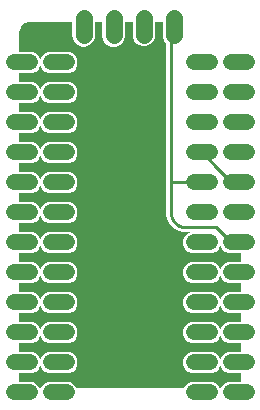
<source format=gbr>
G04 EAGLE Gerber RS-274X export*
G75*
%MOMM*%
%FSLAX34Y34*%
%LPD*%
%INTop Copper*%
%IPPOS*%
%AMOC8*
5,1,8,0,0,1.08239X$1,22.5*%
G01*
%ADD10C,1.320800*%
%ADD11C,1.422400*%
%ADD12C,0.254000*%

G36*
X16007Y13970D02*
X16007Y13970D01*
X16007Y19299D01*
X23506Y19299D01*
X25272Y18948D01*
X26935Y18259D01*
X28432Y17259D01*
X29705Y15986D01*
X30705Y14489D01*
X30921Y13968D01*
X30924Y13967D01*
X30925Y13965D01*
X32321Y13965D01*
X32323Y13968D01*
X32325Y13968D01*
X32541Y14489D01*
X33541Y15986D01*
X34814Y17259D01*
X36311Y18259D01*
X37974Y18948D01*
X39740Y19299D01*
X47239Y19299D01*
X47239Y13970D01*
X47243Y13965D01*
X47244Y13965D01*
X47249Y13970D01*
X47249Y19299D01*
X54748Y19299D01*
X56514Y18948D01*
X58177Y18259D01*
X59674Y17259D01*
X60947Y15986D01*
X61947Y14489D01*
X62163Y13968D01*
X62166Y13967D01*
X62167Y13965D01*
X153479Y13965D01*
X153481Y13968D01*
X153483Y13968D01*
X154050Y15337D01*
X156621Y17908D01*
X159980Y19299D01*
X176824Y19299D01*
X180183Y17908D01*
X182754Y15337D01*
X183321Y13968D01*
X183324Y13967D01*
X183325Y13965D01*
X184721Y13965D01*
X184723Y13968D01*
X184725Y13968D01*
X185292Y15337D01*
X187863Y17908D01*
X191222Y19299D01*
X201930Y19299D01*
X201935Y19304D01*
X201934Y19304D01*
X201935Y19304D01*
X201935Y26416D01*
X201930Y26421D01*
X201930Y26420D01*
X201930Y26421D01*
X191222Y26421D01*
X187863Y27812D01*
X185292Y30383D01*
X184028Y33436D01*
X184026Y33437D01*
X184025Y33438D01*
X184024Y33438D01*
X184022Y33439D01*
X184021Y33437D01*
X184018Y33436D01*
X182754Y30383D01*
X180183Y27812D01*
X176824Y26421D01*
X159980Y26421D01*
X156621Y27812D01*
X154050Y30383D01*
X152659Y33742D01*
X152659Y37378D01*
X154050Y40737D01*
X156621Y43308D01*
X159980Y44699D01*
X176824Y44699D01*
X180183Y43308D01*
X182754Y40737D01*
X184018Y37684D01*
X184020Y37683D01*
X184021Y37682D01*
X184022Y37682D01*
X184023Y37681D01*
X184024Y37681D01*
X184025Y37683D01*
X184026Y37683D01*
X184028Y37684D01*
X185292Y40737D01*
X187863Y43308D01*
X191222Y44699D01*
X201930Y44699D01*
X201935Y44704D01*
X201934Y44704D01*
X201935Y44704D01*
X201935Y51816D01*
X201930Y51821D01*
X201930Y51820D01*
X201930Y51821D01*
X191222Y51821D01*
X187863Y53212D01*
X185292Y55783D01*
X184028Y58836D01*
X184026Y58837D01*
X184025Y58838D01*
X184024Y58838D01*
X184022Y58839D01*
X184021Y58837D01*
X184018Y58836D01*
X182754Y55783D01*
X180183Y53212D01*
X176824Y51821D01*
X159980Y51821D01*
X156621Y53212D01*
X154050Y55783D01*
X152659Y59142D01*
X152659Y62778D01*
X154050Y66137D01*
X156621Y68708D01*
X159980Y70099D01*
X176824Y70099D01*
X180183Y68708D01*
X182754Y66137D01*
X184018Y63084D01*
X184020Y63083D01*
X184021Y63082D01*
X184022Y63082D01*
X184023Y63081D01*
X184023Y63082D01*
X184024Y63081D01*
X184025Y63083D01*
X184028Y63084D01*
X185292Y66137D01*
X187863Y68708D01*
X191222Y70099D01*
X201930Y70099D01*
X201935Y70104D01*
X201934Y70104D01*
X201935Y70104D01*
X201935Y77216D01*
X201930Y77221D01*
X201930Y77220D01*
X201930Y77221D01*
X191222Y77221D01*
X187863Y78612D01*
X185292Y81183D01*
X184028Y84236D01*
X184026Y84237D01*
X184025Y84238D01*
X184024Y84238D01*
X184023Y84238D01*
X184022Y84239D01*
X184021Y84237D01*
X184018Y84236D01*
X182754Y81183D01*
X180183Y78612D01*
X176824Y77221D01*
X159980Y77221D01*
X156621Y78612D01*
X154050Y81183D01*
X152659Y84542D01*
X152659Y88178D01*
X154050Y91537D01*
X156621Y94108D01*
X159980Y95499D01*
X176824Y95499D01*
X180183Y94108D01*
X182754Y91537D01*
X184018Y88484D01*
X184020Y88483D01*
X184021Y88482D01*
X184022Y88482D01*
X184023Y88482D01*
X184024Y88481D01*
X184025Y88483D01*
X184028Y88484D01*
X185292Y91537D01*
X187863Y94108D01*
X191222Y95499D01*
X201930Y95499D01*
X201935Y95504D01*
X201934Y95504D01*
X201935Y95504D01*
X201935Y102616D01*
X201930Y102621D01*
X201930Y102620D01*
X201930Y102621D01*
X191222Y102621D01*
X187863Y104012D01*
X185292Y106583D01*
X184028Y109636D01*
X184026Y109637D01*
X184025Y109638D01*
X184024Y109638D01*
X184023Y109638D01*
X184022Y109639D01*
X184021Y109637D01*
X184018Y109636D01*
X182754Y106583D01*
X180183Y104012D01*
X176824Y102621D01*
X159980Y102621D01*
X156621Y104012D01*
X154050Y106583D01*
X152659Y109942D01*
X152659Y113578D01*
X154050Y116937D01*
X156621Y119508D01*
X159980Y120899D01*
X176824Y120899D01*
X180183Y119508D01*
X182754Y116937D01*
X184018Y113884D01*
X184020Y113883D01*
X184021Y113882D01*
X184022Y113882D01*
X184023Y113882D01*
X184024Y113881D01*
X184025Y113883D01*
X184028Y113884D01*
X185292Y116937D01*
X187863Y119508D01*
X191222Y120899D01*
X201930Y120899D01*
X201935Y120904D01*
X201934Y120904D01*
X201935Y120904D01*
X201935Y128016D01*
X201930Y128021D01*
X201930Y128020D01*
X201930Y128021D01*
X191222Y128021D01*
X187863Y129412D01*
X185292Y131983D01*
X184028Y135036D01*
X184026Y135037D01*
X184025Y135038D01*
X184024Y135038D01*
X184023Y135039D01*
X184023Y135038D01*
X184022Y135039D01*
X184021Y135037D01*
X184018Y135036D01*
X182754Y131983D01*
X180183Y129412D01*
X176824Y128021D01*
X159980Y128021D01*
X156621Y129412D01*
X154050Y131983D01*
X152659Y135342D01*
X152659Y138978D01*
X154050Y142337D01*
X156621Y144908D01*
X159367Y146045D01*
X159368Y146048D01*
X159370Y146049D01*
X159369Y146050D01*
X159370Y146051D01*
X159367Y146052D01*
X159365Y146055D01*
X151657Y146055D01*
X145591Y148568D01*
X140948Y153211D01*
X138435Y159277D01*
X138435Y305628D01*
X138433Y305630D01*
X138433Y305631D01*
X136601Y307463D01*
X135133Y311009D01*
X135133Y323850D01*
X135128Y323855D01*
X135128Y323854D01*
X135128Y323855D01*
X129032Y323855D01*
X129027Y323850D01*
X129028Y323850D01*
X129027Y323850D01*
X129027Y311009D01*
X127559Y307463D01*
X124845Y304749D01*
X121299Y303281D01*
X117461Y303281D01*
X113915Y304749D01*
X111201Y307463D01*
X109733Y311009D01*
X109733Y323850D01*
X109728Y323855D01*
X109728Y323854D01*
X109728Y323855D01*
X103378Y323855D01*
X103373Y323850D01*
X103374Y323850D01*
X103373Y323850D01*
X103373Y310755D01*
X101905Y307209D01*
X99191Y304495D01*
X95645Y303027D01*
X91807Y303027D01*
X88261Y304495D01*
X85547Y307209D01*
X84079Y310755D01*
X84079Y323850D01*
X84074Y323855D01*
X84074Y323854D01*
X84074Y323855D01*
X77978Y323855D01*
X77973Y323850D01*
X77974Y323850D01*
X77973Y323850D01*
X77973Y319791D01*
X68326Y319791D01*
X58679Y319791D01*
X58679Y323850D01*
X58674Y323855D01*
X58674Y323854D01*
X58674Y323855D01*
X22860Y323855D01*
X22688Y323841D01*
X22246Y323807D01*
X21930Y323782D01*
X21488Y323747D01*
X21469Y323745D01*
X21468Y323745D01*
X18823Y322886D01*
X18822Y322885D01*
X18821Y322885D01*
X16571Y321250D01*
X16571Y321249D01*
X16570Y321249D01*
X14935Y318999D01*
X14935Y318998D01*
X14934Y318997D01*
X14075Y316352D01*
X14075Y316351D01*
X14068Y316270D01*
X14068Y316269D01*
X14067Y316260D01*
X14052Y316066D01*
X14051Y316056D01*
X14036Y315862D01*
X14035Y315852D01*
X14020Y315658D01*
X14019Y315648D01*
X14004Y315455D01*
X14003Y315445D01*
X13988Y315251D01*
X13987Y315241D01*
X13972Y315047D01*
X13971Y315037D01*
X13965Y314960D01*
X13965Y298704D01*
X13970Y298699D01*
X13970Y298700D01*
X13970Y298699D01*
X24424Y298699D01*
X27783Y297308D01*
X30354Y294737D01*
X31618Y291684D01*
X31620Y291683D01*
X31621Y291682D01*
X31622Y291682D01*
X31624Y291681D01*
X31625Y291683D01*
X31628Y291684D01*
X32892Y294737D01*
X35463Y297308D01*
X38822Y298699D01*
X55666Y298699D01*
X59025Y297308D01*
X61596Y294737D01*
X62987Y291378D01*
X62987Y287742D01*
X61596Y284383D01*
X59025Y281812D01*
X55666Y280421D01*
X38822Y280421D01*
X35463Y281812D01*
X32892Y284383D01*
X31628Y287436D01*
X31626Y287437D01*
X31625Y287438D01*
X31624Y287438D01*
X31622Y287439D01*
X31621Y287437D01*
X31618Y287436D01*
X30354Y284383D01*
X27783Y281812D01*
X24424Y280421D01*
X13970Y280421D01*
X13965Y280416D01*
X13966Y280416D01*
X13965Y280416D01*
X13965Y273304D01*
X13970Y273299D01*
X13970Y273300D01*
X13970Y273299D01*
X24424Y273299D01*
X27783Y271908D01*
X30354Y269337D01*
X31618Y266284D01*
X31620Y266283D01*
X31621Y266282D01*
X31622Y266282D01*
X31624Y266281D01*
X31625Y266283D01*
X31628Y266284D01*
X32892Y269337D01*
X35463Y271908D01*
X38822Y273299D01*
X55666Y273299D01*
X59025Y271908D01*
X61596Y269337D01*
X62987Y265978D01*
X62987Y262342D01*
X61596Y258983D01*
X59025Y256412D01*
X55666Y255021D01*
X38822Y255021D01*
X35463Y256412D01*
X32892Y258983D01*
X31628Y262036D01*
X31626Y262037D01*
X31625Y262038D01*
X31624Y262038D01*
X31622Y262039D01*
X31621Y262037D01*
X31618Y262036D01*
X30354Y258983D01*
X27783Y256412D01*
X24424Y255021D01*
X13970Y255021D01*
X13965Y255016D01*
X13966Y255016D01*
X13965Y255016D01*
X13965Y247904D01*
X13970Y247899D01*
X13970Y247900D01*
X13970Y247899D01*
X24424Y247899D01*
X27783Y246508D01*
X30354Y243937D01*
X31618Y240884D01*
X31620Y240883D01*
X31621Y240882D01*
X31622Y240882D01*
X31624Y240881D01*
X31625Y240883D01*
X31628Y240884D01*
X32892Y243937D01*
X35463Y246508D01*
X38822Y247899D01*
X55666Y247899D01*
X59025Y246508D01*
X61596Y243937D01*
X62987Y240578D01*
X62987Y236942D01*
X61596Y233583D01*
X59025Y231012D01*
X55666Y229621D01*
X38822Y229621D01*
X35463Y231012D01*
X32892Y233583D01*
X31628Y236636D01*
X31626Y236637D01*
X31625Y236638D01*
X31624Y236638D01*
X31622Y236639D01*
X31621Y236637D01*
X31618Y236636D01*
X30354Y233583D01*
X27783Y231012D01*
X24424Y229621D01*
X13970Y229621D01*
X13965Y229616D01*
X13966Y229616D01*
X13965Y229616D01*
X13965Y222504D01*
X13970Y222499D01*
X13970Y222500D01*
X13970Y222499D01*
X24424Y222499D01*
X27783Y221108D01*
X30354Y218537D01*
X31618Y215484D01*
X31620Y215483D01*
X31621Y215482D01*
X31622Y215482D01*
X31624Y215481D01*
X31625Y215483D01*
X31628Y215484D01*
X32892Y218537D01*
X35463Y221108D01*
X38822Y222499D01*
X55666Y222499D01*
X59025Y221108D01*
X61596Y218537D01*
X62987Y215178D01*
X62987Y211542D01*
X61596Y208183D01*
X59025Y205612D01*
X55666Y204221D01*
X38822Y204221D01*
X35463Y205612D01*
X32892Y208183D01*
X31628Y211236D01*
X31626Y211237D01*
X31625Y211238D01*
X31624Y211238D01*
X31622Y211239D01*
X31621Y211237D01*
X31618Y211236D01*
X30354Y208183D01*
X27783Y205612D01*
X24424Y204221D01*
X13970Y204221D01*
X13965Y204216D01*
X13966Y204216D01*
X13965Y204216D01*
X13965Y197104D01*
X13970Y197099D01*
X13970Y197100D01*
X13970Y197099D01*
X24424Y197099D01*
X27783Y195708D01*
X30354Y193137D01*
X31618Y190084D01*
X31620Y190083D01*
X31621Y190082D01*
X31622Y190082D01*
X31624Y190081D01*
X31625Y190083D01*
X31628Y190084D01*
X32892Y193137D01*
X35463Y195708D01*
X38822Y197099D01*
X55666Y197099D01*
X59025Y195708D01*
X61596Y193137D01*
X62987Y189778D01*
X62987Y186142D01*
X61596Y182783D01*
X59025Y180212D01*
X55666Y178821D01*
X38822Y178821D01*
X35463Y180212D01*
X32892Y182783D01*
X31628Y185836D01*
X31626Y185837D01*
X31625Y185838D01*
X31624Y185838D01*
X31622Y185839D01*
X31621Y185837D01*
X31618Y185836D01*
X30354Y182783D01*
X27783Y180212D01*
X24424Y178821D01*
X13970Y178821D01*
X13965Y178816D01*
X13966Y178816D01*
X13965Y178816D01*
X13965Y171704D01*
X13970Y171699D01*
X13970Y171700D01*
X13970Y171699D01*
X24424Y171699D01*
X27783Y170308D01*
X30354Y167737D01*
X31618Y164684D01*
X31620Y164683D01*
X31621Y164682D01*
X31622Y164682D01*
X31624Y164681D01*
X31625Y164683D01*
X31628Y164684D01*
X32892Y167737D01*
X35463Y170308D01*
X38822Y171699D01*
X55666Y171699D01*
X59025Y170308D01*
X61596Y167737D01*
X62987Y164378D01*
X62987Y160742D01*
X61596Y157383D01*
X59025Y154812D01*
X55666Y153421D01*
X38822Y153421D01*
X35463Y154812D01*
X32892Y157383D01*
X31628Y160436D01*
X31626Y160437D01*
X31625Y160438D01*
X31624Y160438D01*
X31623Y160439D01*
X31622Y160439D01*
X31621Y160437D01*
X31620Y160437D01*
X31618Y160436D01*
X30354Y157383D01*
X27783Y154812D01*
X24424Y153421D01*
X13970Y153421D01*
X13965Y153416D01*
X13966Y153416D01*
X13965Y153416D01*
X13965Y146304D01*
X13970Y146299D01*
X13970Y146300D01*
X13970Y146299D01*
X24424Y146299D01*
X27783Y144908D01*
X30354Y142337D01*
X31618Y139284D01*
X31620Y139283D01*
X31621Y139282D01*
X31622Y139282D01*
X31624Y139281D01*
X31625Y139283D01*
X31628Y139284D01*
X32892Y142337D01*
X35463Y144908D01*
X38822Y146299D01*
X55666Y146299D01*
X59025Y144908D01*
X61596Y142337D01*
X62987Y138978D01*
X62987Y135342D01*
X61596Y131983D01*
X59025Y129412D01*
X55666Y128021D01*
X38822Y128021D01*
X35463Y129412D01*
X32892Y131983D01*
X31628Y135036D01*
X31626Y135037D01*
X31625Y135038D01*
X31624Y135038D01*
X31623Y135039D01*
X31622Y135039D01*
X31621Y135037D01*
X31618Y135036D01*
X30354Y131983D01*
X27783Y129412D01*
X24424Y128021D01*
X13970Y128021D01*
X13965Y128016D01*
X13966Y128016D01*
X13965Y128016D01*
X13965Y120904D01*
X13970Y120899D01*
X13970Y120900D01*
X13970Y120899D01*
X24424Y120899D01*
X27783Y119508D01*
X30354Y116937D01*
X31618Y113884D01*
X31620Y113883D01*
X31621Y113882D01*
X31622Y113882D01*
X31623Y113882D01*
X31624Y113881D01*
X31625Y113883D01*
X31628Y113884D01*
X32892Y116937D01*
X35463Y119508D01*
X38822Y120899D01*
X55666Y120899D01*
X59025Y119508D01*
X61596Y116937D01*
X62987Y113578D01*
X62987Y109942D01*
X61596Y106583D01*
X59025Y104012D01*
X55666Y102621D01*
X38822Y102621D01*
X35463Y104012D01*
X32892Y106583D01*
X31628Y109636D01*
X31626Y109637D01*
X31625Y109638D01*
X31624Y109638D01*
X31623Y109638D01*
X31622Y109639D01*
X31621Y109637D01*
X31618Y109636D01*
X30354Y106583D01*
X27783Y104012D01*
X24424Y102621D01*
X13970Y102621D01*
X13965Y102616D01*
X13966Y102616D01*
X13965Y102616D01*
X13965Y95504D01*
X13970Y95499D01*
X13970Y95500D01*
X13970Y95499D01*
X24424Y95499D01*
X27783Y94108D01*
X30354Y91537D01*
X31618Y88484D01*
X31620Y88483D01*
X31621Y88482D01*
X31622Y88482D01*
X31623Y88482D01*
X31624Y88481D01*
X31625Y88483D01*
X31628Y88484D01*
X32892Y91537D01*
X35463Y94108D01*
X38822Y95499D01*
X55666Y95499D01*
X59025Y94108D01*
X61596Y91537D01*
X62987Y88178D01*
X62987Y84542D01*
X61596Y81183D01*
X59025Y78612D01*
X55666Y77221D01*
X38822Y77221D01*
X35463Y78612D01*
X32892Y81183D01*
X31628Y84236D01*
X31626Y84237D01*
X31625Y84238D01*
X31624Y84238D01*
X31623Y84238D01*
X31622Y84239D01*
X31621Y84237D01*
X31618Y84236D01*
X30354Y81183D01*
X27783Y78612D01*
X24424Y77221D01*
X13970Y77221D01*
X13965Y77216D01*
X13966Y77216D01*
X13965Y77216D01*
X13965Y70104D01*
X13970Y70099D01*
X13970Y70100D01*
X13970Y70099D01*
X24424Y70099D01*
X27783Y68708D01*
X30354Y66137D01*
X31618Y63084D01*
X31620Y63083D01*
X31621Y63082D01*
X31622Y63082D01*
X31623Y63081D01*
X31624Y63081D01*
X31625Y63083D01*
X31628Y63084D01*
X32892Y66137D01*
X35463Y68708D01*
X38822Y70099D01*
X55666Y70099D01*
X59025Y68708D01*
X61596Y66137D01*
X62987Y62778D01*
X62987Y59142D01*
X61596Y55783D01*
X59025Y53212D01*
X55666Y51821D01*
X38822Y51821D01*
X35463Y53212D01*
X32892Y55783D01*
X31628Y58836D01*
X31626Y58837D01*
X31625Y58838D01*
X31624Y58838D01*
X31622Y58839D01*
X31621Y58837D01*
X31618Y58836D01*
X30354Y55783D01*
X27783Y53212D01*
X24424Y51821D01*
X13970Y51821D01*
X13965Y51816D01*
X13966Y51816D01*
X13965Y51816D01*
X13965Y44704D01*
X13970Y44699D01*
X13970Y44700D01*
X13970Y44699D01*
X24424Y44699D01*
X27783Y43308D01*
X30354Y40737D01*
X31618Y37684D01*
X31620Y37683D01*
X31621Y37682D01*
X31622Y37682D01*
X31623Y37681D01*
X31624Y37681D01*
X31625Y37683D01*
X31626Y37683D01*
X31628Y37684D01*
X32892Y40737D01*
X35463Y43308D01*
X38822Y44699D01*
X55666Y44699D01*
X59025Y43308D01*
X61596Y40737D01*
X62987Y37378D01*
X62987Y33742D01*
X61596Y30383D01*
X59025Y27812D01*
X55666Y26421D01*
X38822Y26421D01*
X35463Y27812D01*
X32892Y30383D01*
X31628Y33436D01*
X31626Y33437D01*
X31625Y33438D01*
X31624Y33438D01*
X31622Y33439D01*
X31621Y33437D01*
X31618Y33436D01*
X30354Y30383D01*
X27783Y27812D01*
X24424Y26421D01*
X13970Y26421D01*
X13965Y26416D01*
X13966Y26416D01*
X13965Y26416D01*
X13965Y19304D01*
X13970Y19299D01*
X13970Y19300D01*
X13970Y19299D01*
X15997Y19299D01*
X15997Y13970D01*
X16001Y13965D01*
X16002Y13965D01*
X16007Y13970D01*
G37*
%LPC*%
G36*
X68331Y303027D02*
X68331Y303027D01*
X68331Y319781D01*
X77973Y319781D01*
X77973Y311724D01*
X77970Y311708D01*
X77967Y311693D01*
X77964Y311678D01*
X77962Y311668D01*
X77959Y311654D01*
X77956Y311639D01*
X77954Y311629D01*
X77951Y311614D01*
X77948Y311599D01*
X77943Y311574D01*
X77940Y311559D01*
X77936Y311534D01*
X77935Y311534D01*
X77933Y311519D01*
X77928Y311495D01*
X77925Y311480D01*
X77922Y311465D01*
X77920Y311455D01*
X77917Y311440D01*
X77914Y311425D01*
X77912Y311415D01*
X77909Y311400D01*
X77906Y311385D01*
X77901Y311360D01*
X77898Y311346D01*
X77898Y311345D01*
X77893Y311321D01*
X77890Y311306D01*
X77885Y311281D01*
X77882Y311266D01*
X77879Y311251D01*
X77877Y311241D01*
X77874Y311226D01*
X77871Y311211D01*
X77869Y311201D01*
X77866Y311187D01*
X77866Y311186D01*
X77863Y311172D01*
X77858Y311147D01*
X77855Y311132D01*
X77851Y311107D01*
X77850Y311107D01*
X77848Y311092D01*
X77843Y311067D01*
X77840Y311052D01*
X77837Y311037D01*
X77835Y311028D01*
X77835Y311027D01*
X77832Y311013D01*
X77829Y310998D01*
X77827Y310988D01*
X77824Y310973D01*
X77821Y310958D01*
X77816Y310933D01*
X77813Y310918D01*
X77808Y310893D01*
X77805Y310878D01*
X77800Y310854D01*
X77797Y310839D01*
X77794Y310824D01*
X77792Y310814D01*
X77789Y310799D01*
X77786Y310784D01*
X77784Y310774D01*
X77781Y310759D01*
X77778Y310744D01*
X77773Y310719D01*
X77770Y310705D01*
X77770Y310704D01*
X77766Y310680D01*
X77765Y310680D01*
X77763Y310665D01*
X77758Y310640D01*
X77755Y310625D01*
X77752Y310610D01*
X77750Y310600D01*
X77747Y310585D01*
X77744Y310570D01*
X77742Y310560D01*
X77739Y310546D01*
X77739Y310545D01*
X77736Y310531D01*
X77731Y310506D01*
X77728Y310491D01*
X77723Y310466D01*
X77720Y310451D01*
X77715Y310426D01*
X77712Y310411D01*
X77709Y310396D01*
X77707Y310387D01*
X77707Y310386D01*
X77704Y310372D01*
X77701Y310357D01*
X77699Y310347D01*
X77696Y310332D01*
X77693Y310317D01*
X77688Y310292D01*
X77685Y310277D01*
X77681Y310252D01*
X77680Y310252D01*
X77678Y310237D01*
X77673Y310213D01*
X77670Y310198D01*
X77667Y310183D01*
X77665Y310173D01*
X77662Y310158D01*
X77659Y310143D01*
X77657Y310133D01*
X77654Y310118D01*
X77651Y310103D01*
X77646Y310078D01*
X77643Y310064D01*
X77638Y310039D01*
X77635Y310024D01*
X77630Y309999D01*
X77627Y309984D01*
X77624Y309969D01*
X77622Y309959D01*
X77619Y309944D01*
X77616Y309929D01*
X77614Y309919D01*
X77611Y309905D01*
X77608Y309890D01*
X77606Y309880D01*
X77603Y309865D01*
X77602Y309860D01*
X76875Y308104D01*
X75819Y306524D01*
X74476Y305181D01*
X72896Y304125D01*
X71140Y303398D01*
X69276Y303027D01*
X68331Y303027D01*
G37*
%LPD*%
%LPC*%
G36*
X67376Y303027D02*
X67376Y303027D01*
X65512Y303398D01*
X63756Y304125D01*
X62176Y305181D01*
X60833Y306524D01*
X59777Y308104D01*
X59050Y309860D01*
X58679Y311724D01*
X58679Y319781D01*
X68321Y319781D01*
X68321Y303027D01*
X67376Y303027D01*
G37*
%LPD*%
D10*
X9398Y289560D02*
X22606Y289560D01*
X22606Y264160D02*
X9398Y264160D01*
X9398Y137160D02*
X22606Y137160D01*
X22606Y111760D02*
X9398Y111760D01*
X9398Y238760D02*
X22606Y238760D01*
X22606Y213360D02*
X9398Y213360D01*
X9398Y162560D02*
X22606Y162560D01*
X22606Y187960D02*
X9398Y187960D01*
X9398Y86360D02*
X22606Y86360D01*
X22606Y60960D02*
X9398Y60960D01*
X9398Y35560D02*
X22606Y35560D01*
X22606Y10160D02*
X9398Y10160D01*
X161798Y10160D02*
X175006Y10160D01*
X175006Y35560D02*
X161798Y35560D01*
X161798Y60960D02*
X175006Y60960D01*
X175006Y86360D02*
X161798Y86360D01*
X161798Y111760D02*
X175006Y111760D01*
X175006Y137160D02*
X161798Y137160D01*
X161798Y162560D02*
X175006Y162560D01*
X175006Y187960D02*
X161798Y187960D01*
X161798Y213360D02*
X175006Y213360D01*
X175006Y238760D02*
X161798Y238760D01*
X161798Y264160D02*
X175006Y264160D01*
X175006Y289560D02*
X161798Y289560D01*
X53848Y289560D02*
X40640Y289560D01*
X40640Y264160D02*
X53848Y264160D01*
X53848Y137160D02*
X40640Y137160D01*
X40640Y111760D02*
X53848Y111760D01*
X53848Y238760D02*
X40640Y238760D01*
X40640Y213360D02*
X53848Y213360D01*
X53848Y162560D02*
X40640Y162560D01*
X40640Y187960D02*
X53848Y187960D01*
X53848Y86360D02*
X40640Y86360D01*
X40640Y60960D02*
X53848Y60960D01*
X53848Y35560D02*
X40640Y35560D01*
X40640Y10160D02*
X53848Y10160D01*
X193040Y10160D02*
X206248Y10160D01*
X206248Y35560D02*
X193040Y35560D01*
X193040Y60960D02*
X206248Y60960D01*
X206248Y86360D02*
X193040Y86360D01*
X193040Y111760D02*
X206248Y111760D01*
X206248Y137160D02*
X193040Y137160D01*
X193040Y162560D02*
X206248Y162560D01*
X206248Y187960D02*
X193040Y187960D01*
X193040Y213360D02*
X206248Y213360D01*
X206248Y238760D02*
X193040Y238760D01*
X193040Y264160D02*
X206248Y264160D01*
X206248Y289560D02*
X193040Y289560D01*
D11*
X119380Y312928D02*
X119380Y327152D01*
X144780Y327152D02*
X144780Y312928D01*
X68326Y312674D02*
X68326Y326898D01*
X93726Y326898D02*
X93726Y312674D01*
D12*
X180340Y149860D02*
X193040Y137160D01*
X142240Y187960D02*
X142240Y314960D01*
X154940Y149860D02*
X180340Y149860D01*
X154940Y149860D02*
X154633Y149864D01*
X154326Y149875D01*
X154020Y149893D01*
X153714Y149919D01*
X153409Y149953D01*
X153105Y149993D01*
X152802Y150041D01*
X152500Y150097D01*
X152200Y150159D01*
X151901Y150229D01*
X151604Y150306D01*
X151308Y150390D01*
X151015Y150482D01*
X150725Y150580D01*
X150437Y150685D01*
X150151Y150798D01*
X149868Y150917D01*
X149588Y151043D01*
X149311Y151175D01*
X149038Y151315D01*
X148768Y151461D01*
X148502Y151613D01*
X148239Y151772D01*
X147980Y151937D01*
X147726Y152108D01*
X147475Y152285D01*
X147229Y152469D01*
X146987Y152658D01*
X146751Y152853D01*
X146518Y153054D01*
X146291Y153260D01*
X146069Y153472D01*
X145852Y153689D01*
X145640Y153911D01*
X145434Y154138D01*
X145233Y154371D01*
X145038Y154607D01*
X144849Y154849D01*
X144665Y155095D01*
X144488Y155346D01*
X144317Y155600D01*
X144152Y155859D01*
X143993Y156122D01*
X143841Y156388D01*
X143695Y156658D01*
X143555Y156931D01*
X143423Y157208D01*
X143297Y157488D01*
X143178Y157771D01*
X143065Y158057D01*
X142960Y158345D01*
X142862Y158635D01*
X142770Y158928D01*
X142686Y159224D01*
X142609Y159521D01*
X142539Y159820D01*
X142477Y160120D01*
X142421Y160422D01*
X142373Y160725D01*
X142333Y161029D01*
X142299Y161334D01*
X142273Y161640D01*
X142255Y161946D01*
X142244Y162253D01*
X142240Y162560D01*
X142240Y187960D01*
X193040Y137160D02*
X199644Y137160D01*
X142240Y314960D02*
X144780Y320040D01*
X142240Y187960D02*
X168402Y187960D01*
X180340Y200660D02*
X193040Y187960D01*
X199644Y187960D01*
X180340Y200660D02*
X168402Y213360D01*
M02*

</source>
